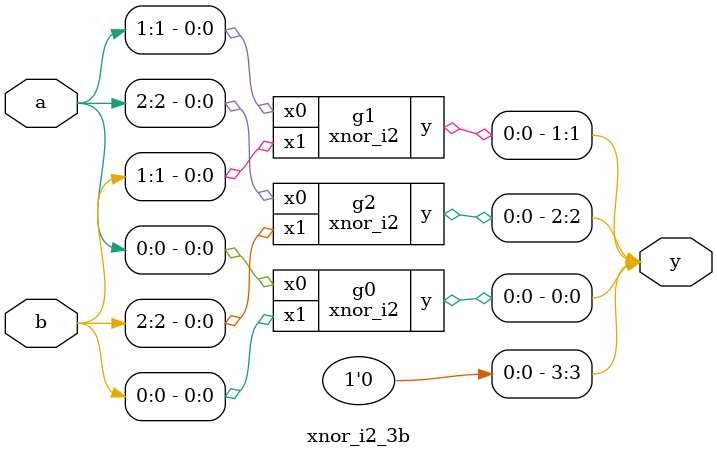
<source format=v>
module xnor_i3(y, x0, x1, x2);
	output y;
	input x0, x1, x2;
		
	assign y = ~(x0 ^ x1 ^ x2);
endmodule

module xnor_i2(y, x0, x1);
	output y;
	input x0, x1;
		
	assign y = ~(x0 ^ x1);
endmodule
	
module xnor_i2_3b(y, a, b);
	output [3:0] y;
	input  [2:0] a, b;
      
	xnor_i2 g0(y[0], a[0], b[0]);
	xnor_i2 g1(y[1], a[1], b[1]);
	xnor_i2 g2(y[2], a[2], b[2]);
	assign y[3] = 1'b0;
endmodule // xnor_i2_3b
</source>
